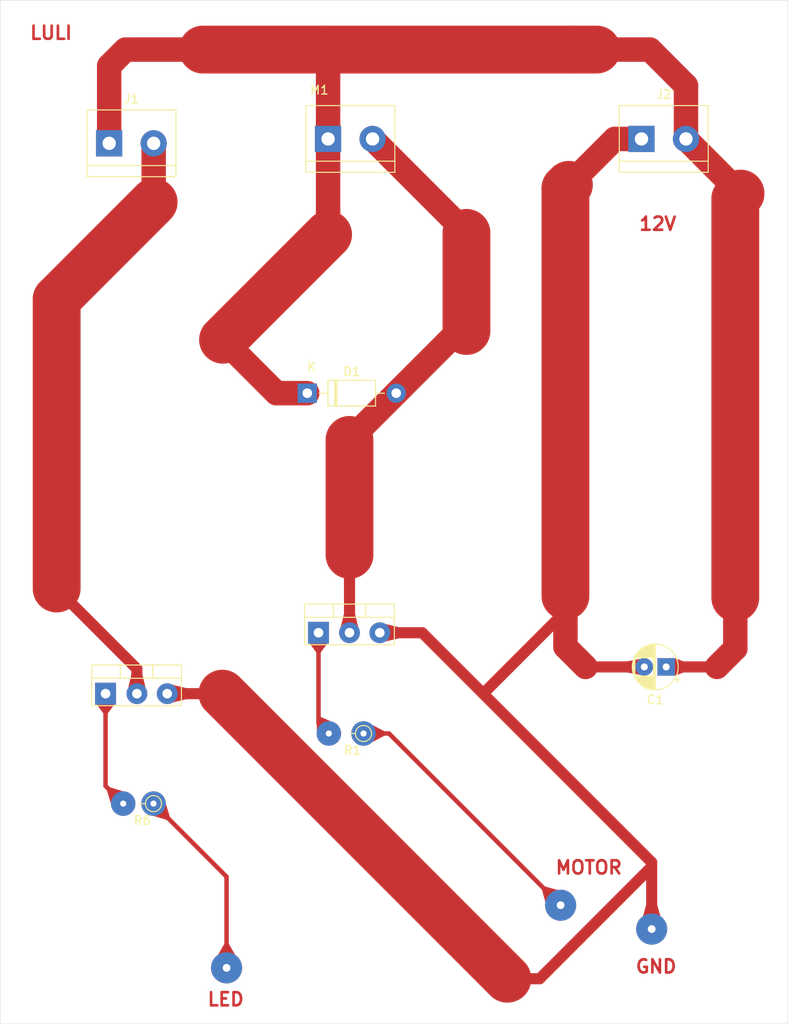
<source format=kicad_pcb>
(kicad_pcb (version 20240108) (generator "pcbnew") (generator_version "8.0")
  (layers (0 "F.Cu" signal) (31 "B.Cu" signal) (34 "B.Paste" user) (35 "F.Paste" user) (36 "B.SilkS" user "B.Silkscreen") (37 "F.SilkS" user "F.Silkscreen") (38 "B.Mask" user) (39 "F.Mask" user) (44 "Edge.Cuts" user))
  (net 0 "")
  (net 1 "VCC")
  (net 2 "GND")
  (net 3 "Net-(D13-K)")
  (net 4 "Net-(Q1-G)")
  (net 5 "Net-(Q2-G)")
  (net 6 "Net-(U1-GPIO21)")
  (net 7 "Net-(D1-A)")
  (net 8 "Net-(U1-GPIO22)")
  (footprint "Resistor_THT:R_Axial_DIN0204_L3.6mm_D1.6mm_P2.54mm_Vertical" (layer "F.Cu") (at 63.17 99.149998 180)
    (property "Reference" "R1" (at -0.15 -1.92 180) (layer "F.SilkS"))
    (property "Value" "1.0kΩ")
    (fp_line (start -0.5 0) (end 0.12 0) (stroke (width 0.12)) (layer "F.SilkS"))
    (fp_circle (center -1.42 0) (end -0.5 0) (stroke (width 0.12)) (fill none) (layer "F.SilkS"))
    (pad "1" thru_hole circle (at -1.42 0 180) (size 2.8 2.8) (drill 0.7) (layers "*.Cu" "*.Mask") (net 6 "Net-(U1-GPIO21)"))
    (pad "2" thru_hole circle (at 2.54 0 180) (size 2.8 2.8) (drill 0.7) (layers "*.Cu" "*.Mask") (net 4 "Net-(Q1-G)"))
  )
  (footprint "TerminalBlock:TerminalBlock_bornier-2_P5.08mm" (layer "F.Cu") (at 35.545 31.784198)
    (property "Reference" "J1" (at 2.54 -5.08 0) (layer "F.SilkS"))
    (property "Value" "Screw_Terminal_01x02")
    (fp_line (start -2.54 -3.81) (end -2.54 3.81) (stroke (width 0.12)) (layer "F.SilkS"))
    (fp_line (start -2.54 3.81) (end 7.62 3.81) (stroke (width 0.12)) (layer "F.SilkS"))
    (fp_line (start 7.62 -3.81) (end -2.54 -3.81) (stroke (width 0.12)) (layer "F.SilkS"))
    (fp_line (start 7.62 2.54) (end -2.54 2.54) (stroke (width 0.12)) (layer "F.SilkS"))
    (fp_line (start 7.62 3.81) (end 7.62 -3.81) (stroke (width 0.12)) (layer "F.SilkS"))
    (pad "1" thru_hole rect (at 0 0) (size 3 3) (drill 1.52) (layers "*.Cu" "*.Mask") (net 1 "VCC"))
    (pad "2" thru_hole circle (at 5.08 0) (size 3 3) (drill 1.52) (layers "*.Cu" "*.Mask") (net 3 "Net-(D13-K)"))
  )
  (footprint "Package_TO_SOT_THT:TO-220-3_Vertical" (layer "F.Cu") (at 60.45 87.649998)
    (property "Reference" "Q1" (hide yes))
    (property "Value" "IRLZ34N")
    (fp_line (start -2.58 -3.27) (end -2.58 1.371) (stroke (width 0.12)) (layer "F.SilkS"))
    (fp_line (start -2.58 -3.27) (end 7.66 -3.27) (stroke (width 0.12)) (layer "F.SilkS"))
    (fp_line (start -2.58 -1.76) (end 7.66 -1.76) (stroke (width 0.12)) (layer "F.SilkS"))
    (fp_line (start -2.58 1.371) (end 7.66 1.371) (stroke (width 0.12)) (layer "F.SilkS"))
    (fp_line (start 0.69 -3.27) (end 0.69 -1.76) (stroke (width 0.12)) (layer "F.SilkS"))
    (fp_line (start 4.391 -3.27) (end 4.391 -1.76) (stroke (width 0.12)) (layer "F.SilkS"))
    (fp_line (start 7.66 -3.27) (end 7.66 1.371) (stroke (width 0.12)) (layer "F.SilkS"))
    (pad "1" thru_hole rect (at -1 0) (size 2.38125 2.5) (drill 1.1) (layers "*.Cu" "*.Mask") (net 4 "Net-(Q1-G)"))
    (pad "2" thru_hole circle (at 2.54 0) (size 2.38125 2.38125) (drill 1.1) (layers "*.Cu" "*.Mask") (net 7 "Net-(D1-A)") (clearance 0.2))
    (pad "3" thru_hole circle (at 6 0) (size 2.38125 2.38125) (drill 1.1) (layers "*.Cu" "*.Mask") (net 2 "GND"))
  )
  (footprint "TerminalBlock:TerminalBlock_bornier-2_P5.08mm" (layer "F.Cu") (at 96.335 31.284198)
    (property "Reference" "J2" (at 2.54 -5.08 0) (layer "F.SilkS"))
    (property "Value" "Screw_Terminal_01x02")
    (fp_line (start -2.54 -3.81) (end -2.54 3.81) (stroke (width 0.12)) (layer "F.SilkS"))
    (fp_line (start -2.54 3.81) (end 7.62 3.81) (stroke (width 0.12)) (layer "F.SilkS"))
    (fp_line (start 7.62 -3.81) (end -2.54 -3.81) (stroke (width 0.12)) (layer "F.SilkS"))
    (fp_line (start 7.62 2.54) (end -2.54 2.54) (stroke (width 0.12)) (layer "F.SilkS"))
    (fp_line (start 7.62 3.81) (end 7.62 -3.81) (stroke (width 0.12)) (layer "F.SilkS"))
    (pad "1" thru_hole rect (at 0 0) (size 3 3) (drill 1.52) (layers "*.Cu" "*.Mask") (net 2 "GND"))
    (pad "2" thru_hole circle (at 5.08 0) (size 3 3) (drill 1.52) (layers "*.Cu" "*.Mask") (net 1 "VCC"))
  )
  (footprint "Resistor_THT:R_Axial_DIN0204_L3.6mm_D1.6mm_P2.54mm_Vertical" (layer "F.Cu") (at 39.685 107.154198 180)
    (property "Reference" "R6" (at 0.35 -1.92 180) (layer "F.SilkS"))
    (property "Value" "1.0kΩ")
    (fp_line (start 0 0) (end 0.62 0) (stroke (width 0.12)) (layer "F.SilkS"))
    (fp_circle (center -0.92 0) (end 0 0) (stroke (width 0.12)) (fill none) (layer "F.SilkS"))
    (pad "1" thru_hole circle (at -0.92 0 180) (size 2.8 2.8) (drill 0.7) (layers "*.Cu" "*.Mask") (net 8 "Net-(U1-GPIO22)"))
    (pad "2" thru_hole circle (at 2.54 0 180) (size 2.8 2.8) (drill 0.7) (layers "*.Cu" "*.Mask") (net 5 "Net-(Q2-G)"))
  )
  (footprint "TerminalBlock:TerminalBlock_bornier-2_P5.08mm" (layer "F.Cu") (at 60.545 31.284198)
    (property "Reference" "M1" (at -1 -5.58 0) (layer "F.SilkS"))
    (property "Value" "Motor_DC")
    (fp_line (start -2.54 -3.81) (end -2.54 3.81) (stroke (width 0.12)) (layer "F.SilkS"))
    (fp_line (start -2.54 3.81) (end 7.62 3.81) (stroke (width 0.12)) (layer "F.SilkS"))
    (fp_line (start 7.62 -3.81) (end -2.54 -3.81) (stroke (width 0.12)) (layer "F.SilkS"))
    (fp_line (start 7.62 2.54) (end -2.54 2.54) (stroke (width 0.12)) (layer "F.SilkS"))
    (fp_line (start 7.62 3.81) (end 7.62 -3.81) (stroke (width 0.12)) (layer "F.SilkS"))
    (pad "1" thru_hole rect (at 0 0) (size 3 3) (drill 1.52) (layers "*.Cu" "*.Mask") (net 1 "VCC"))
    (pad "2" thru_hole circle (at 5.08 0) (size 3 3) (drill 1.52) (layers "*.Cu" "*.Mask") (net 7 "Net-(D1-A)"))
  )
  (footprint "Package_TO_SOT_THT:TO-220-3_Vertical" (layer "F.Cu") (at 37.17 94.604198)
    (property "Reference" "Q2" (hide yes))
    (property "Value" "IRLZ34N")
    (fp_line (start -3.62 -3.27) (end -3.62 1.371) (stroke (width 0.12)) (layer "F.SilkS"))
    (fp_line (start -3.62 -3.27) (end 6.62 -3.27) (stroke (width 0.12)) (layer "F.SilkS"))
    (fp_line (start -3.62 -1.76) (end 6.62 -1.76) (stroke (width 0.12)) (layer "F.SilkS"))
    (fp_line (start -3.62 1.371) (end 6.62 1.371) (stroke (width 0.12)) (layer "F.SilkS"))
    (fp_line (start -0.35 -3.27) (end -0.35 -1.76) (stroke (width 0.12)) (layer "F.SilkS"))
    (fp_line (start 3.351 -3.27) (end 3.351 -1.76) (stroke (width 0.12)) (layer "F.SilkS"))
    (fp_line (start 6.62 -3.27) (end 6.62 1.371) (stroke (width 0.12)) (layer "F.SilkS"))
    (pad "1" thru_hole rect (at -2.04 0) (size 2.38125 2.5) (drill 1.1) (layers "*.Cu" "*.Mask") (net 5 "Net-(Q2-G)"))
    (pad "2" thru_hole circle (at 1.54 0) (size 2.38125 2.38125) (drill 1.1) (layers "*.Cu" "*.Mask") (net 3 "Net-(D13-K)"))
    (pad "3" thru_hole circle (at 5 0) (size 2.38125 2.38125) (drill 1.1) (layers "*.Cu" "*.Mask") (net 2 "GND"))
  )
  (footprint "Diode_THT:D_DO-41_SOD81_P10.16mm_Horizontal" (layer "F.Cu") (at 58.165 60.304198)
    (property "Reference" "D1" (at 5.08 -2.47 0) (layer "F.SilkS"))
    (property "Value" "1N4001")
    (fp_line (start 1.34 0) (end 2.36 0) (stroke (width 0.12)) (layer "F.SilkS"))
    (fp_line (start 2.36 -1.47) (end 2.36 1.47) (stroke (width 0.12)) (layer "F.SilkS"))
    (fp_line (start 2.36 1.47) (end 7.8 1.47) (stroke (width 0.12)) (layer "F.SilkS"))
    (fp_line (start 3.14 -1.47) (end 3.14 1.47) (stroke (width 0.12)) (layer "F.SilkS"))
    (fp_line (start 3.26 -1.47) (end 3.26 1.47) (stroke (width 0.12)) (layer "F.SilkS"))
    (fp_line (start 3.38 -1.47) (end 3.38 1.47) (stroke (width 0.12)) (layer "F.SilkS"))
    (fp_line (start 7.8 -1.47) (end 2.36 -1.47) (stroke (width 0.12)) (layer "F.SilkS"))
    (fp_line (start 7.8 1.47) (end 7.8 -1.47) (stroke (width 0.12)) (layer "F.SilkS"))
    (fp_line (start 8.82 0) (end 7.8 0) (stroke (width 0.12)) (layer "F.SilkS"))
    (fp_text user "K" (at 0.5 -3 0) (layer "F.SilkS"))
    (pad "1" thru_hole rect (at 0 0) (size 2.2 2.2) (drill 1.1) (layers "*.Cu" "*.Mask") (net 1 "VCC"))
    (pad "2" thru_hole oval (at 10.16 0) (size 2.2 2.2) (drill 1.1) (layers "*.Cu" "*.Mask") (net 7 "Net-(D1-A)"))
  )
  (footprint "Capacitor_THT:CP_Radial_D5.0mm_P2.50mm" (layer "F.Cu") (at 99.1551 91.549998 180)
    (property "Reference" "C1" (at 1.25 -3.75 180) (layer "F.SilkS"))
    (property "Value" "220µF")
    (fp_line (start 3.851 -0.284) (end 3.851 0.284) (stroke (width 0.12)) (layer "F.SilkS"))
    (fp_line (start 3.811 -0.518) (end 3.811 0.518) (stroke (width 0.12)) (layer "F.SilkS"))
    (fp_line (start 3.771 -0.677) (end 3.771 0.677) (stroke (width 0.12)) (layer "F.SilkS"))
    (fp_line (start 3.731 -0.805) (end 3.731 0.805) (stroke (width 0.12)) (layer "F.SilkS"))
    (fp_line (start 3.691 -0.915) (end 3.691 0.915) (stroke (width 0.12)) (layer "F.SilkS"))
    (fp_line (start 3.651 -1.011) (end 3.651 1.011) (stroke (width 0.12)) (layer "F.SilkS"))
    (fp_line (start 3.611 -1.098) (end 3.611 1.098) (stroke (width 0.12)) (layer "F.SilkS"))
    (fp_line (start 3.571 -1.178) (end 3.571 1.178) (stroke (width 0.12)) (layer "F.SilkS"))
    (fp_line (start 3.531 1.04) (end 3.531 1.251) (stroke (width 0.12)) (layer "F.SilkS"))
    (fp_line (start 3.531 -1.251) (end 3.531 -1.04) (stroke (width 0.12)) (layer "F.SilkS"))
    (fp_line (start 3.491 1.04) (end 3.491 1.319) (stroke (width 0.12)) (layer "F.SilkS"))
    (fp_line (start 3.491 -1.319) (end 3.491 -1.04) (stroke (width 0.12)) (layer "F.SilkS"))
    (fp_line (start 3.451 1.04) (end 3.451 1.383) (stroke (width 0.12)) (layer "F.SilkS"))
    (fp_line (start 3.451 -1.383) (end 3.451 -1.04) (stroke (width 0.12)) (layer "F.SilkS"))
    (fp_line (start 3.411 1.04) (end 3.411 1.443) (stroke (width 0.12)) (layer "F.SilkS"))
    (fp_line (start 3.411 -1.443) (end 3.411 -1.04) (stroke (width 0.12)) (layer "F.SilkS"))
    (fp_line (start 3.371 1.04) (end 3.371 1.5) (stroke (width 0.12)) (layer "F.SilkS"))
    (fp_line (start 3.371 -1.5) (end 3.371 -1.04) (stroke (width 0.12)) (layer "F.SilkS"))
    (fp_line (start 3.331 1.04) (end 3.331 1.554) (stroke (width 0.12)) (layer "F.SilkS"))
    (fp_line (start 3.331 -1.554) (end 3.331 -1.04) (stroke (width 0.12)) (layer "F.SilkS"))
    (fp_line (start 3.291 1.04) (end 3.291 1.605) (stroke (width 0.12)) (layer "F.SilkS"))
    (fp_line (start 3.291 -1.605) (end 3.291 -1.04) (stroke (width 0.12)) (layer "F.SilkS"))
    (fp_line (start 3.251 1.04) (end 3.251 1.653) (stroke (width 0.12)) (layer "F.SilkS"))
    (fp_line (start 3.251 -1.653) (end 3.251 -1.04) (stroke (width 0.12)) (layer "F.SilkS"))
    (fp_line (start 3.211 1.04) (end 3.211 1.699) (stroke (width 0.12)) (layer "F.SilkS"))
    (fp_line (start 3.211 -1.699) (end 3.211 -1.04) (stroke (width 0.12)) (layer "F.SilkS"))
    (fp_line (start 3.171 1.04) (end 3.171 1.743) (stroke (width 0.12)) (layer "F.SilkS"))
    (fp_line (start 3.171 -1.743) (end 3.171 -1.04) (stroke (width 0.12)) (layer "F.SilkS"))
    (fp_line (start 3.131 1.04) (end 3.131 1.785) (stroke (width 0.12)) (layer "F.SilkS"))
    (fp_line (start 3.131 -1.785) (end 3.131 -1.04) (stroke (width 0.12)) (layer "F.SilkS"))
    (fp_line (start 3.091 1.04) (end 3.091 1.826) (stroke (width 0.12)) (layer "F.SilkS"))
    (fp_line (start 3.091 -1.826) (end 3.091 -1.04) (stroke (width 0.12)) (layer "F.SilkS"))
    (fp_line (start 3.051 1.04) (end 3.051 1.864) (stroke (width 0.12)) (layer "F.SilkS"))
    (fp_line (start 3.051 -1.864) (end 3.051 -1.04) (stroke (width 0.12)) (layer "F.SilkS"))
    (fp_line (start 3.011 1.04) (end 3.011 1.901) (stroke (width 0.12)) (layer "F.SilkS"))
    (fp_line (start 3.011 -1.901) (end 3.011 -1.04) (stroke (width 0.12)) (layer "F.SilkS"))
    (fp_line (start 2.971 1.04) (end 2.971 1.937) (stroke (width 0.12)) (layer "F.SilkS"))
    (fp_line (start 2.971 -1.937) (end 2.971 -1.04) (stroke (width 0.12)) (layer "F.SilkS"))
    (fp_line (start 2.931 1.04) (end 2.931 1.971) (stroke (width 0.12)) (layer "F.SilkS"))
    (fp_line (start 2.931 -1.971) (end 2.931 -1.04) (stroke (width 0.12)) (layer "F.SilkS"))
    (fp_line (start 2.891 1.04) (end 2.891 2.004) (stroke (width 0.12)) (layer "F.SilkS"))
    (fp_line (start 2.891 -2.004) (end 2.891 -1.04) (stroke (width 0.12)) (layer "F.SilkS"))
    (fp_line (start 2.851 1.04) (end 2.851 2.035) (stroke (width 0.12)) (layer "F.SilkS"))
    (fp_line (start 2.851 -2.035) (end 2.851 -1.04) (stroke (width 0.12)) (layer "F.SilkS"))
    (fp_line (start 2.811 1.04) (end 2.811 2.065) (stroke (width 0.12)) (layer "F.SilkS"))
    (fp_line (start 2.811 -2.065) (end 2.811 -1.04) (stroke (width 0.12)) (layer "F.SilkS"))
    (fp_line (start 2.771 1.04) (end 2.771 2.095) (stroke (width 0.12)) (layer "F.SilkS"))
    (fp_line (start 2.771 -2.095) (end 2.771 -1.04) (stroke (width 0.12)) (layer "F.SilkS"))
    (fp_line (start 2.731 1.04) (end 2.731 2.122) (stroke (width 0.12)) (layer "F.SilkS"))
    (fp_line (start 2.731 -2.122) (end 2.731 -1.04) (stroke (width 0.12)) (layer "F.SilkS"))
    (fp_line (start 2.691 1.04) (end 2.691 2.149) (stroke (width 0.12)) (layer "F.SilkS"))
    (fp_line (start 2.691 -2.149) (end 2.691 -1.04) (stroke (width 0.12)) (layer "F.SilkS"))
    (fp_line (start 2.651 1.04) (end 2.651 2.175) (stroke (width 0.12)) (layer "F.SilkS"))
    (fp_line (start 2.651 -2.175) (end 2.651 -1.04) (stroke (width 0.12)) (layer "F.SilkS"))
    (fp_line (start 2.611 1.04) (end 2.611 2.2) (stroke (width 0.12)) (layer "F.SilkS"))
    (fp_line (start 2.611 -2.2) (end 2.611 -1.04) (stroke (width 0.12)) (layer "F.SilkS"))
    (fp_line (start 2.571 1.04) (end 2.571 2.224) (stroke (width 0.12)) (layer "F.SilkS"))
    (fp_line (start 2.571 -2.224) (end 2.571 -1.04) (stroke (width 0.12)) (layer "F.SilkS"))
    (fp_line (start 2.531 1.04) (end 2.531 2.247) (stroke (width 0.12)) (layer "F.SilkS"))
    (fp_line (start 2.531 -2.247) (end 2.531 -1.04) (stroke (width 0.12)) (layer "F.SilkS"))
    (fp_line (start 2.491 1.04) (end 2.491 2.268) (stroke (width 0.12)) (layer "F.SilkS"))
    (fp_line (start 2.491 -2.268) (end 2.491 -1.04) (stroke (width 0.12)) (layer "F.SilkS"))
    (fp_line (start 2.451 1.04) (end 2.451 2.29) (stroke (width 0.12)) (layer "F.SilkS"))
    (fp_line (start 2.451 -2.29) (end 2.451 -1.04) (stroke (width 0.12)) (layer "F.SilkS"))
    (fp_line (start 2.411 1.04) (end 2.411 2.31) (stroke (width 0.12)) (layer "F.SilkS"))
    (fp_line (start 2.411 -2.31) (end 2.411 -1.04) (stroke (width 0.12)) (layer "F.SilkS"))
    (fp_line (start 2.371 1.04) (end 2.371 2.329) (stroke (width 0.12)) (layer "F.SilkS"))
    (fp_line (start 2.371 -2.329) (end 2.371 -1.04) (stroke (width 0.12)) (layer "F.SilkS"))
    (fp_line (start 2.331 1.04) (end 2.331 2.348) (stroke (width 0.12)) (layer "F.SilkS"))
    (fp_line (start 2.331 -2.348) (end 2.331 -1.04) (stroke (width 0.12)) (layer "F.SilkS"))
    (fp_line (start 2.291 1.04) (end 2.291 2.365) (stroke (width 0.12)) (layer "F.SilkS"))
    (fp_line (start 2.291 -2.365) (end 2.291 -1.04) (stroke (width 0.12)) (layer "F.SilkS"))
    (fp_line (start 2.251 1.04) (end 2.251 2.382) (stroke (width 0.12)) (layer "F.SilkS"))
    (fp_line (start 2.251 -2.382) (end 2.251 -1.04) (stroke (width 0.12)) (layer "F.SilkS"))
    (fp_line (start 2.211 1.04) (end 2.211 2.398) (stroke (width 0.12)) (layer "F.SilkS"))
    (fp_line (start 2.211 -2.398) (end 2.211 -1.04) (stroke (width 0.12)) (layer "F.SilkS"))
    (fp_line (start 2.171 1.04) (end 2.171 2.414) (stroke (width 0.12)) (layer "F.SilkS"))
    (fp_line (start 2.171 -2.414) (end 2.171 -1.04) (stroke (width 0.12)) (layer "F.SilkS"))
    (fp_line (start 2.131 1.04) (end 2.131 2.428) (stroke (width 0.12)) (layer "F.SilkS"))
    (fp_line (start 2.131 -2.428) (end 2.131 -1.04) (stroke (width 0.12)) (layer "F.SilkS"))
    (fp_line (start 2.091 1.04) (end 2.091 2.442) (stroke (width 0.12)) (layer "F.SilkS"))
    (fp_line (start 2.091 -2.442) (end 2.091 -1.04) (stroke (width 0.12)) (layer "F.SilkS"))
    (fp_line (start 2.051 1.04) (end 2.051 2.455) (stroke (width 0.12)) (layer "F.SilkS"))
    (fp_line (start 2.051 -2.455) (end 2.051 -1.04) (stroke (width 0.12)) (layer "F.SilkS"))
    (fp_line (start 2.011 1.04) (end 2.011 2.468) (stroke (width 0.12)) (layer "F.SilkS"))
    (fp_line (start 2.011 -2.468) (end 2.011 -1.04) (stroke (width 0.12)) (layer "F.SilkS"))
    (fp_line (start 1.971 1.04) (end 1.971 2.48) (stroke (width 0.12)) (layer "F.SilkS"))
    (fp_line (start 1.971 -2.48) (end 1.971 -1.04) (stroke (width 0.12)) (layer "F.SilkS"))
    (fp_line (start 1.93 1.04) (end 1.93 2.491) (stroke (width 0.12)) (layer "F.SilkS"))
    (fp_line (start 1.93 -2.491) (end 1.93 -1.04) (stroke (width 0.12)) (layer "F.SilkS"))
    (fp_line (start 1.89 1.04) (end 1.89 2.501) (stroke (width 0.12)) (layer "F.SilkS"))
    (fp_line (start 1.89 -2.501) (end 1.89 -1.04) (stroke (width 0.12)) (layer "F.SilkS"))
    (fp_line (start 1.85 1.04) (end 1.85 2.511) (stroke (width 0.12)) (layer "F.SilkS"))
    (fp_line (start 1.85 -2.511) (end 1.85 -1.04) (stroke (width 0.12)) (layer "F.SilkS"))
    (fp_line (start 1.81 1.04) (end 1.81 2.52) (stroke (width 0.12)) (layer "F.SilkS"))
    (fp_line (start 1.81 -2.52) (end 1.81 -1.04) (stroke (width 0.12)) (layer "F.SilkS"))
    (fp_line (start 1.77 1.04) (end 1.77 2.528) (stroke (width 0.12)) (layer "F.SilkS"))
    (fp_line (start 1.77 -2.528) (end 1.77 -1.04) (stroke (width 0.12)) (layer "F.SilkS"))
    (fp_line (start 1.73 1.04) (end 1.73 2.536) (stroke (width 0.12)) (layer "F.SilkS"))
    (fp_line (start 1.73 -2.536) (end 1.73 -1.04) (stroke (width 0.12)) (layer "F.SilkS"))
    (fp_line (start 1.69 1.04) (end 1.69 2.543) (stroke (width 0.12)) (layer "F.SilkS"))
    (fp_line (start 1.69 -2.543) (end 1.69 -1.04) (stroke (width 0.12)) (layer "F.SilkS"))
    (fp_line (start 1.65 1.04) (end 1.65 2.55) (stroke (width 0.12)) (layer "F.SilkS"))
    (fp_line (start 1.65 -2.55) (end 1.65 -1.04) (stroke (width 0.12)) (layer "F.SilkS"))
    (fp_line (start 1.61 1.04) (end 1.61 2.556) (stroke (width 0.12)) (layer "F.SilkS"))
    (fp_line (start 1.61 -2.556) (end 1.61 -1.04) (stroke (width 0.12)) (layer "F.SilkS"))
    (fp_line (start 1.57 1.04) (end 1.57 2.561) (stroke (width 0.12)) (layer "F.SilkS"))
    (fp_line (start 1.57 -2.561) (end 1.57 -1.04) (stroke (width 0.12)) (layer "F.SilkS"))
    (fp_line (start 1.53 1.04) (end 1.53 2.565) (stroke (width 0.12)) (layer "F.SilkS"))
    (fp_line (start 1.53 -2.565) (end 1.53 -1.04) (stroke (width 0.12)) (layer "F.SilkS"))
    (fp_line (start 1.49 1.04) (end 1.49 2.569) (stroke (width 0.12)) (layer "F.SilkS"))
    (fp_line (start 1.49 -2.569) (end 1.49 -1.04) (stroke (width 0.12)) (layer "F.SilkS"))
    (fp_line (start 1.45 -2.573) (end 1.45 2.573) (stroke (width 0.12)) (layer "F.SilkS"))
    (fp_line (start 1.41 -2.576) (end 1.41 2.576) (stroke (width 0.12)) (layer "F.SilkS"))
    (fp_line (start 1.37 -2.578) (end 1.37 2.578) (stroke (width 0.12)) (layer "F.SilkS"))
    (fp_line (start 1.33 -2.579) (end 1.33 2.579) (stroke (width 0.12)) (layer "F.SilkS"))
    (fp_line (start 1.29 -2.58) (end 1.29 2.58) (stroke (width 0.12)) (layer "F.SilkS"))
    (fp_line (start 1.25 -2.58) (end 1.25 2.58) (stroke (width 0.12)) (layer "F.SilkS"))
    (fp_line (start -1.304775 -1.725) (end -1.304775 -1.225) (stroke (width 0.12)) (layer "F.SilkS"))
    (fp_line (start -1.554775 -1.475) (end -1.054775 -1.475) (stroke (width 0.12)) (layer "F.SilkS"))
    (fp_circle (center 1.25 0) (end 3.87 0) (stroke (width 0.12)) (fill none) (layer "F.SilkS"))
    (pad "1" thru_hole rect (at 0 0 180) (size 2 2) (drill 0.8) (layers "*.Cu" "*.Mask") (net 1 "VCC"))
    (pad "2" thru_hole circle (at 2.5 0 180) (size 2 2) (drill 0.8) (layers "*.Cu" "*.Mask") (net 2 "GND"))
  )
  (gr_rect (start 23.1 15.45) (end 113.05 132.3) (stroke (width 0.05)) (fill none) (layer "Edge.Cuts"))
  (gr_text "GND" (at 95.525 126.625 0) (layer "F.Cu") (effects (font (size 1.5 1.5) (thickness 0.3) (bold yes)) (justify left bottom)))
  (gr_text "MOTOR" (at 86.375 115.325 0) (layer "F.Cu") (effects (font (size 1.5 1.5) (thickness 0.3) (bold yes)) (justify left bottom)))
  (gr_text "12V" (at 95.925 41.85 0) (layer "F.Cu") (effects (font (size 1.5 1.5) (thickness 0.3) (bold yes)) (justify left bottom)))
  (gr_text "LED" (at 46.625 130.375 0) (layer "F.Cu") (effects (font (size 1.5 1.5) (thickness 0.3) (bold yes)) (justify left bottom)))
  (gr_text "LULI" (at 26.35 20.05 0) (layer "F.Cu") (effects (font (size 1.5 1.5) (thickness 0.3) (bold yes)) (justify left bottom)))
  (segment (start 99.155 91.549998) (end 99.1551 91.549998) (width 1.27) (layer "F.Cu") (net 1))
  (segment (start 48.545 54.204198) (end 60.545 42.204198) (width 5.461) (layer "F.Cu") (net 1))
  (segment (start 107.05 83.655098) (end 107.05 38.119198) (width 5.461) (layer "F.Cu") (net 1))
  (segment (start 58.165 60.304198) (end 54.645 60.304198) (width 2.794) (layer "F.Cu") (net 1))
  (segment (start 101.415 31.284198) (end 101.415 25.194198) (width 2.794) (layer "F.Cu") (net 1))
  (segment (start 60.545 21.324198) (end 60.305 21.084198) (width 0.508) (layer "F.Cu") (net 1))
  (segment (start 35.545 22.944198) (end 35.545 31.784198) (width 2.794) (layer "F.Cu") (net 1))
  (segment (start 101.415 25.194198) (end 97.305 21.084198) (width 2.794) (layer "F.Cu") (net 1))
  (segment (start 104.95 91.549998) (end 107.05 89.449998) (width 2.794) (layer "F.Cu") (net 1))
  (segment (start 107.05 38.119198) (end 107.65 37.519198) (width 5.461) (layer "F.Cu") (net 1))
  (segment (start 91.215 21.084198) (end 88.505 21.084198) (width 2.794) (layer "F.Cu") (net 1))
  (segment (start 46.245 21.084198) (end 60.305 21.084198) (width 5.461) (layer "F.Cu") (net 1))
  (segment (start 101.415 31.284198) (end 101.415 31.874198) (width 1.27) (layer "F.Cu") (net 1))
  (segment (start 54.645 60.304198) (end 48.545 54.204198) (width 2.794) (layer "F.Cu") (net 1))
  (segment (start 46.245 21.084198) (end 37.805 21.084198) (width 2.794) (layer "F.Cu") (net 1))
  (segment (start 99.1551 91.549998) (end 104.95 91.549998) (width 1.27) (layer "F.Cu") (net 1))
  (segment (start 60.545 42.204198) (end 60.545 31.284198) (width 2.794) (layer "F.Cu") (net 1))
  (segment (start 107.05 89.449998) (end 107.05 83.655098) (width 2.794) (layer "F.Cu") (net 1))
  (segment (start 60.545 31.284198) (end 60.545 21.324198) (width 2.794) (layer "F.Cu") (net 1))
  (segment (start 60.305 21.084198) (end 88.505 21.084198) (width 5.461) (layer "F.Cu") (net 1))
  (segment (start 37.805 21.084198) (end 37.405 21.084198) (width 0.508) (layer "F.Cu") (net 1))
  (segment (start 97.305 21.084198) (end 91.215 21.084198) (width 2.794) (layer "F.Cu") (net 1))
  (segment (start 88.505 21.084198) (end 91.215 21.084198) (width 5.461) (layer "F.Cu") (net 1))
  (segment (start 37.405 21.084198) (end 35.545 22.944198) (width 2.794) (layer "F.Cu") (net 1))
  (segment (start 107.05 83.655098) (end 107.268 83.437398) (width 0.508) (layer "F.Cu") (net 1))
  (segment (start 101.415 31.284198) (end 107.65 37.519198) (width 2.794) (layer "F.Cu") (net 1))
  (segment (start 87.65 36.919198) (end 88.045 36.524198) (width 5.461) (layer "F.Cu") (net 2))
  (segment (start 78.25 94.604198) (end 85.2042 87.649998) (width 1.27) (layer "F.Cu") (net 2))
  (segment (start 42.17 94.604198) (end 48.470802 94.604198) (width 1.27) (layer "F.Cu") (net 2))
  (segment (start 87.645 85.199198) (end 87.65 85.204198) (width 0.508) (layer "F.Cu") (net 2))
  (segment (start 81.018693 127.143693) (end 84.706307 127.143693) (width 1.27) (layer "F.Cu") (net 2))
  (segment (start 89.95 91.549998) (end 96.655 91.549998) (width 1.27) (layer "F.Cu") (net 2))
  (segment (start 89.95 91.549998) (end 87.65 89.249998) (width 2.794) (layer "F.Cu") (net 2))
  (segment (start 93.285 31.284198) (end 88.045 36.524198) (width 2.794) (layer "F.Cu") (net 2))
  (segment (start 84.706307 127.143693) (end 97.5 114.35) (width 1.27) (layer "F.Cu") (net 2))
  (segment (start 97.5 114.35) (end 97.5 113.854198) (width 1.27) (layer "F.Cu") (net 2))
  (segment (start 87.65 83.449998) (end 87.65 36.919198) (width 5.461) (layer "F.Cu") (net 2))
  (segment (start 48.475 94.6) (end 81.018693 127.143693) (width 5.461) (layer "F.Cu") (net 2))
  (segment (start 97.085 32.034198) (end 96.335 31.284198) (width 0.508) (layer "F.Cu") (net 2))
  (segment (start 66.45 87.649998) (end 71.2958 87.649998) (width 1.27) (layer "F.Cu") (net 2))
  (segment (start 97.5 113.854198) (end 78.25 94.604198) (width 1.27) (layer "F.Cu") (net 2))
  (segment (start 87.65 89.249998) (end 87.65 85.204198) (width 2.794) (layer "F.Cu") (net 2))
  (segment (start 71.2958 87.649998) (end 78.25 94.604198) (width 1.27) (layer "F.Cu") (net 2))
  (segment (start 48.470802 94.604198) (end 48.475 94.6) (width 1.27) (layer "F.Cu") (net 2))
  (segment (start 85.2042 87.649998) (end 87.65 85.204198) (width 1.27) (layer "F.Cu") (net 2))
  (segment (start 97.5 121.475) (end 97.5 114.35) (width 1.27) (layer "F.Cu") (net 2))
  (segment (start 96.335 31.284198) (end 93.285 31.284198) (width 2.794) (layer "F.Cu") (net 2))
  (segment (start 87.65 85.204198) (end 87.65 83.449998) (width 1.27) (layer "F.Cu") (net 2))
  (via (at 97.5 121.475) (size 3.556) (drill 0.889) (layers "F.Cu" "B.Cu") (net 2))
  (segment (start 29.545 49.584198) (end 40.625 38.504198) (width 5.461) (layer "F.Cu") (net 3))
  (segment (start 40.705 38.584198) (end 40.625 38.504198) (width 0.508) (layer "F.Cu") (net 3))
  (segment (start 29.545 82.604198) (end 29.545 49.584198) (width 5.461) (layer "F.Cu") (net 3))
  (segment (start 40.625 31.784198) (end 40.625 38.504198) (width 2.794) (layer "F.Cu") (net 3))
  (segment (start 38.71 91.769198) (end 29.545 82.604198) (width 1.27) (layer "F.Cu") (net 3))
  (segment (start 38.71 94.604198) (end 38.71 91.769198) (width 1.27) (layer "F.Cu") (net 3))
  (segment (start 29.6305 82.604198) (end 29.545 82.604198) (width 0.508) (layer "F.Cu") (net 3))
  (segment (start 59.45 87.649998) (end 59.45 97.969998) (width 0.508) (layer "F.Cu") (net 4))
  (segment (start 59.45 97.969998) (end 60.63 99.149998) (width 0.508) (layer "F.Cu") (net 4))
  (segment (start 35.13 105.139198) (end 37.145 107.154198) (width 0.508) (layer "F.Cu") (net 5))
  (segment (start 35.13 94.604198) (end 35.13 105.139198) (width 0.508) (layer "F.Cu") (net 5))
  (segment (start 64.59 99.149998) (end 67.499998 99.149998) (width 0.508) (layer "F.Cu") (net 6))
  (segment (start 87.025002 118.75) (end 87.1 118.75) (width 0.508) (layer "F.Cu") (net 6))
  (segment (start 87.1 118.75) (end 86.575002 118.75) (width 0.508) (layer "F.Cu") (net 6))
  (segment (start 67.499998 99.149998) (end 87.1 118.75) (width 0.508) (layer "F.Cu") (net 6))
  (via (at 87.1 118.75) (size 3.556) (drill 0.889) (layers "F.Cu" "B.Cu") (net 6))
  (segment (start 76.345 42.004198) (end 65.625 31.284198) (width 2.794) (layer "F.Cu") (net 7))
  (segment (start 76.345 53.204198) (end 76.345 42.004198) (width 5.461) (layer "F.Cu") (net 7))
  (segment (start 75.425 53.204198) (end 76.345 53.204198) (width 1.27) (layer "F.Cu") (net 7))
  (segment (start 68.325 60.304198) (end 62.99 65.639198) (width 2.794) (layer "F.Cu") (net 7))
  (segment (start 62.99 78.759198) (end 62.99 87.649998) (width 1.27) (layer "F.Cu") (net 7))
  (segment (start 68.325 60.304198) (end 75.425 53.204198) (width 2.794) (layer "F.Cu") (net 7))
  (segment (start 62.945 79.204198) (end 62.945 78.804198) (width 0.508) (layer "F.Cu") (net 7))
  (segment (start 63.045 65.694198) (end 62.99 65.639198) (width 0.508) (layer "F.Cu") (net 7))
  (segment (start 62.99 79.249198) (end 62.945 79.204198) (width 0.508) (layer "F.Cu") (net 7))
  (segment (start 62.945 78.804198) (end 62.99 78.759198) (width 0.508) (layer "F.Cu") (net 7))
  (segment (start 62.99 78.759198) (end 62.99 65.639198) (width 5.461) (layer "F.Cu") (net 7))
  (segment (start 48.95 115.499198) (end 48.95 125.9) (width 0.508) (layer "F.Cu") (net 8))
  (segment (start 40.605 107.154198) (end 48.95 115.499198) (width 0.508) (layer "F.Cu") (net 8))
  (via (at 48.95 125.9) (size 3.556) (drill 0.889) (layers "F.Cu" "B.Cu") (net 8))
)
</source>
